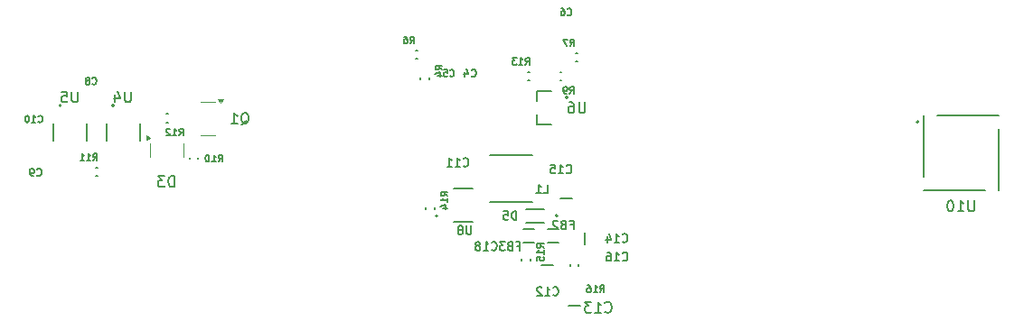
<source format=gbr>
%TF.GenerationSoftware,KiCad,Pcbnew,8.0.8*%
%TF.CreationDate,2025-04-26T12:31:47+03:00*%
%TF.ProjectId,gamma-spectrometer,67616d6d-612d-4737-9065-6374726f6d65,v0.0.4*%
%TF.SameCoordinates,Original*%
%TF.FileFunction,Legend,Bot*%
%TF.FilePolarity,Positive*%
%FSLAX46Y46*%
G04 Gerber Fmt 4.6, Leading zero omitted, Abs format (unit mm)*
G04 Created by KiCad (PCBNEW 8.0.8) date 2025-04-26 12:31:47*
%MOMM*%
%LPD*%
G01*
G04 APERTURE LIST*
%ADD10C,0.150000*%
%ADD11C,0.127000*%
%ADD12C,0.200000*%
%ADD13C,0.120000*%
G04 APERTURE END LIST*
D10*
X153394676Y-92606571D02*
X153089914Y-92393237D01*
X153394676Y-92240856D02*
X152754676Y-92240856D01*
X152754676Y-92240856D02*
X152754676Y-92484666D01*
X152754676Y-92484666D02*
X152785152Y-92545618D01*
X152785152Y-92545618D02*
X152815628Y-92576095D01*
X152815628Y-92576095D02*
X152876580Y-92606571D01*
X152876580Y-92606571D02*
X152968009Y-92606571D01*
X152968009Y-92606571D02*
X153028961Y-92576095D01*
X153028961Y-92576095D02*
X153059438Y-92545618D01*
X153059438Y-92545618D02*
X153089914Y-92484666D01*
X153089914Y-92484666D02*
X153089914Y-92240856D01*
X153394676Y-93216095D02*
X153394676Y-92850380D01*
X153394676Y-93033237D02*
X152754676Y-93033237D01*
X152754676Y-93033237D02*
X152846104Y-92972285D01*
X152846104Y-92972285D02*
X152907057Y-92911333D01*
X152907057Y-92911333D02*
X152937533Y-92850380D01*
X152754676Y-93795142D02*
X152754676Y-93490380D01*
X152754676Y-93490380D02*
X153059438Y-93459904D01*
X153059438Y-93459904D02*
X153028961Y-93490380D01*
X153028961Y-93490380D02*
X152998485Y-93551333D01*
X152998485Y-93551333D02*
X152998485Y-93703714D01*
X152998485Y-93703714D02*
X153028961Y-93764666D01*
X153028961Y-93764666D02*
X153059438Y-93795142D01*
X153059438Y-93795142D02*
X153120390Y-93825619D01*
X153120390Y-93825619D02*
X153272771Y-93825619D01*
X153272771Y-93825619D02*
X153333723Y-93795142D01*
X153333723Y-93795142D02*
X153364200Y-93764666D01*
X153364200Y-93764666D02*
X153394676Y-93703714D01*
X153394676Y-93703714D02*
X153394676Y-93551333D01*
X153394676Y-93551333D02*
X153364200Y-93490380D01*
X153364200Y-93490380D02*
X153333723Y-93459904D01*
X155838666Y-78144676D02*
X156052000Y-77839914D01*
X156204381Y-78144676D02*
X156204381Y-77504676D01*
X156204381Y-77504676D02*
X155960571Y-77504676D01*
X155960571Y-77504676D02*
X155899619Y-77535152D01*
X155899619Y-77535152D02*
X155869142Y-77565628D01*
X155869142Y-77565628D02*
X155838666Y-77626580D01*
X155838666Y-77626580D02*
X155838666Y-77718009D01*
X155838666Y-77718009D02*
X155869142Y-77778961D01*
X155869142Y-77778961D02*
X155899619Y-77809438D01*
X155899619Y-77809438D02*
X155960571Y-77839914D01*
X155960571Y-77839914D02*
X156204381Y-77839914D01*
X155533904Y-78144676D02*
X155412000Y-78144676D01*
X155412000Y-78144676D02*
X155351047Y-78114200D01*
X155351047Y-78114200D02*
X155320571Y-78083723D01*
X155320571Y-78083723D02*
X155259619Y-77992295D01*
X155259619Y-77992295D02*
X155229142Y-77870390D01*
X155229142Y-77870390D02*
X155229142Y-77626580D01*
X155229142Y-77626580D02*
X155259619Y-77565628D01*
X155259619Y-77565628D02*
X155290095Y-77535152D01*
X155290095Y-77535152D02*
X155351047Y-77504676D01*
X155351047Y-77504676D02*
X155472952Y-77504676D01*
X155472952Y-77504676D02*
X155533904Y-77535152D01*
X155533904Y-77535152D02*
X155564381Y-77565628D01*
X155564381Y-77565628D02*
X155594857Y-77626580D01*
X155594857Y-77626580D02*
X155594857Y-77778961D01*
X155594857Y-77778961D02*
X155564381Y-77839914D01*
X155564381Y-77839914D02*
X155533904Y-77870390D01*
X155533904Y-77870390D02*
X155472952Y-77900866D01*
X155472952Y-77900866D02*
X155351047Y-77900866D01*
X155351047Y-77900866D02*
X155290095Y-77870390D01*
X155290095Y-77870390D02*
X155259619Y-77839914D01*
X155259619Y-77839914D02*
X155229142Y-77778961D01*
X155874666Y-73681876D02*
X156088000Y-73377114D01*
X156240381Y-73681876D02*
X156240381Y-73041876D01*
X156240381Y-73041876D02*
X155996571Y-73041876D01*
X155996571Y-73041876D02*
X155935619Y-73072352D01*
X155935619Y-73072352D02*
X155905142Y-73102828D01*
X155905142Y-73102828D02*
X155874666Y-73163780D01*
X155874666Y-73163780D02*
X155874666Y-73255209D01*
X155874666Y-73255209D02*
X155905142Y-73316161D01*
X155905142Y-73316161D02*
X155935619Y-73346638D01*
X155935619Y-73346638D02*
X155996571Y-73377114D01*
X155996571Y-73377114D02*
X156240381Y-73377114D01*
X155661333Y-73041876D02*
X155234666Y-73041876D01*
X155234666Y-73041876D02*
X155508952Y-73681876D01*
X155606666Y-70727323D02*
X155637142Y-70757800D01*
X155637142Y-70757800D02*
X155728571Y-70788276D01*
X155728571Y-70788276D02*
X155789523Y-70788276D01*
X155789523Y-70788276D02*
X155880952Y-70757800D01*
X155880952Y-70757800D02*
X155941904Y-70696847D01*
X155941904Y-70696847D02*
X155972381Y-70635895D01*
X155972381Y-70635895D02*
X156002857Y-70513990D01*
X156002857Y-70513990D02*
X156002857Y-70422561D01*
X156002857Y-70422561D02*
X155972381Y-70300657D01*
X155972381Y-70300657D02*
X155941904Y-70239704D01*
X155941904Y-70239704D02*
X155880952Y-70178752D01*
X155880952Y-70178752D02*
X155789523Y-70148276D01*
X155789523Y-70148276D02*
X155728571Y-70148276D01*
X155728571Y-70148276D02*
X155637142Y-70178752D01*
X155637142Y-70178752D02*
X155606666Y-70209228D01*
X155058095Y-70148276D02*
X155180000Y-70148276D01*
X155180000Y-70148276D02*
X155240952Y-70178752D01*
X155240952Y-70178752D02*
X155271428Y-70209228D01*
X155271428Y-70209228D02*
X155332381Y-70300657D01*
X155332381Y-70300657D02*
X155362857Y-70422561D01*
X155362857Y-70422561D02*
X155362857Y-70666371D01*
X155362857Y-70666371D02*
X155332381Y-70727323D01*
X155332381Y-70727323D02*
X155301904Y-70757800D01*
X155301904Y-70757800D02*
X155240952Y-70788276D01*
X155240952Y-70788276D02*
X155119047Y-70788276D01*
X155119047Y-70788276D02*
X155058095Y-70757800D01*
X155058095Y-70757800D02*
X155027619Y-70727323D01*
X155027619Y-70727323D02*
X154997142Y-70666371D01*
X154997142Y-70666371D02*
X154997142Y-70513990D01*
X154997142Y-70513990D02*
X155027619Y-70453038D01*
X155027619Y-70453038D02*
X155058095Y-70422561D01*
X155058095Y-70422561D02*
X155119047Y-70392085D01*
X155119047Y-70392085D02*
X155240952Y-70392085D01*
X155240952Y-70392085D02*
X155301904Y-70422561D01*
X155301904Y-70422561D02*
X155332381Y-70453038D01*
X155332381Y-70453038D02*
X155362857Y-70513990D01*
X114711904Y-77954819D02*
X114711904Y-78764342D01*
X114711904Y-78764342D02*
X114664285Y-78859580D01*
X114664285Y-78859580D02*
X114616666Y-78907200D01*
X114616666Y-78907200D02*
X114521428Y-78954819D01*
X114521428Y-78954819D02*
X114330952Y-78954819D01*
X114330952Y-78954819D02*
X114235714Y-78907200D01*
X114235714Y-78907200D02*
X114188095Y-78859580D01*
X114188095Y-78859580D02*
X114140476Y-78764342D01*
X114140476Y-78764342D02*
X114140476Y-77954819D01*
X113235714Y-78288152D02*
X113235714Y-78954819D01*
X113473809Y-77907200D02*
X113711904Y-78621485D01*
X113711904Y-78621485D02*
X113092857Y-78621485D01*
X119243428Y-82082176D02*
X119456762Y-81777414D01*
X119609143Y-82082176D02*
X119609143Y-81442176D01*
X119609143Y-81442176D02*
X119365333Y-81442176D01*
X119365333Y-81442176D02*
X119304381Y-81472652D01*
X119304381Y-81472652D02*
X119273904Y-81503128D01*
X119273904Y-81503128D02*
X119243428Y-81564080D01*
X119243428Y-81564080D02*
X119243428Y-81655509D01*
X119243428Y-81655509D02*
X119273904Y-81716461D01*
X119273904Y-81716461D02*
X119304381Y-81746938D01*
X119304381Y-81746938D02*
X119365333Y-81777414D01*
X119365333Y-81777414D02*
X119609143Y-81777414D01*
X118633904Y-82082176D02*
X118999619Y-82082176D01*
X118816762Y-82082176D02*
X118816762Y-81442176D01*
X118816762Y-81442176D02*
X118877714Y-81533604D01*
X118877714Y-81533604D02*
X118938666Y-81594557D01*
X118938666Y-81594557D02*
X118999619Y-81625033D01*
X118390095Y-81503128D02*
X118359619Y-81472652D01*
X118359619Y-81472652D02*
X118298666Y-81442176D01*
X118298666Y-81442176D02*
X118146285Y-81442176D01*
X118146285Y-81442176D02*
X118085333Y-81472652D01*
X118085333Y-81472652D02*
X118054857Y-81503128D01*
X118054857Y-81503128D02*
X118024380Y-81564080D01*
X118024380Y-81564080D02*
X118024380Y-81625033D01*
X118024380Y-81625033D02*
X118054857Y-81716461D01*
X118054857Y-81716461D02*
X118420571Y-82082176D01*
X118420571Y-82082176D02*
X118024380Y-82082176D01*
X150840475Y-89992295D02*
X150840475Y-89192295D01*
X150840475Y-89192295D02*
X150649999Y-89192295D01*
X150649999Y-89192295D02*
X150535713Y-89230390D01*
X150535713Y-89230390D02*
X150459523Y-89306580D01*
X150459523Y-89306580D02*
X150421428Y-89382771D01*
X150421428Y-89382771D02*
X150383332Y-89535152D01*
X150383332Y-89535152D02*
X150383332Y-89649438D01*
X150383332Y-89649438D02*
X150421428Y-89801819D01*
X150421428Y-89801819D02*
X150459523Y-89878009D01*
X150459523Y-89878009D02*
X150535713Y-89954200D01*
X150535713Y-89954200D02*
X150649999Y-89992295D01*
X150649999Y-89992295D02*
X150840475Y-89992295D01*
X149659523Y-89192295D02*
X150040475Y-89192295D01*
X150040475Y-89192295D02*
X150078571Y-89573247D01*
X150078571Y-89573247D02*
X150040475Y-89535152D01*
X150040475Y-89535152D02*
X149964285Y-89497057D01*
X149964285Y-89497057D02*
X149773809Y-89497057D01*
X149773809Y-89497057D02*
X149697618Y-89535152D01*
X149697618Y-89535152D02*
X149659523Y-89573247D01*
X149659523Y-89573247D02*
X149621428Y-89649438D01*
X149621428Y-89649438D02*
X149621428Y-89839914D01*
X149621428Y-89839914D02*
X149659523Y-89916104D01*
X149659523Y-89916104D02*
X149697618Y-89954200D01*
X149697618Y-89954200D02*
X149773809Y-89992295D01*
X149773809Y-89992295D02*
X149964285Y-89992295D01*
X149964285Y-89992295D02*
X150040475Y-89954200D01*
X150040475Y-89954200D02*
X150078571Y-89916104D01*
X160764285Y-93786104D02*
X160802381Y-93824200D01*
X160802381Y-93824200D02*
X160916666Y-93862295D01*
X160916666Y-93862295D02*
X160992857Y-93862295D01*
X160992857Y-93862295D02*
X161107143Y-93824200D01*
X161107143Y-93824200D02*
X161183333Y-93748009D01*
X161183333Y-93748009D02*
X161221428Y-93671819D01*
X161221428Y-93671819D02*
X161259524Y-93519438D01*
X161259524Y-93519438D02*
X161259524Y-93405152D01*
X161259524Y-93405152D02*
X161221428Y-93252771D01*
X161221428Y-93252771D02*
X161183333Y-93176580D01*
X161183333Y-93176580D02*
X161107143Y-93100390D01*
X161107143Y-93100390D02*
X160992857Y-93062295D01*
X160992857Y-93062295D02*
X160916666Y-93062295D01*
X160916666Y-93062295D02*
X160802381Y-93100390D01*
X160802381Y-93100390D02*
X160764285Y-93138485D01*
X160002381Y-93862295D02*
X160459524Y-93862295D01*
X160230952Y-93862295D02*
X160230952Y-93062295D01*
X160230952Y-93062295D02*
X160307143Y-93176580D01*
X160307143Y-93176580D02*
X160383333Y-93252771D01*
X160383333Y-93252771D02*
X160459524Y-93290866D01*
X159316666Y-93062295D02*
X159469047Y-93062295D01*
X159469047Y-93062295D02*
X159545238Y-93100390D01*
X159545238Y-93100390D02*
X159583333Y-93138485D01*
X159583333Y-93138485D02*
X159659523Y-93252771D01*
X159659523Y-93252771D02*
X159697619Y-93405152D01*
X159697619Y-93405152D02*
X159697619Y-93709914D01*
X159697619Y-93709914D02*
X159659523Y-93786104D01*
X159659523Y-93786104D02*
X159621428Y-93824200D01*
X159621428Y-93824200D02*
X159545238Y-93862295D01*
X159545238Y-93862295D02*
X159392857Y-93862295D01*
X159392857Y-93862295D02*
X159316666Y-93824200D01*
X159316666Y-93824200D02*
X159278571Y-93786104D01*
X159278571Y-93786104D02*
X159240476Y-93709914D01*
X159240476Y-93709914D02*
X159240476Y-93519438D01*
X159240476Y-93519438D02*
X159278571Y-93443247D01*
X159278571Y-93443247D02*
X159316666Y-93405152D01*
X159316666Y-93405152D02*
X159392857Y-93367057D01*
X159392857Y-93367057D02*
X159545238Y-93367057D01*
X159545238Y-93367057D02*
X159621428Y-93405152D01*
X159621428Y-93405152D02*
X159659523Y-93443247D01*
X159659523Y-93443247D02*
X159697619Y-93519438D01*
X155514285Y-85546104D02*
X155552381Y-85584200D01*
X155552381Y-85584200D02*
X155666666Y-85622295D01*
X155666666Y-85622295D02*
X155742857Y-85622295D01*
X155742857Y-85622295D02*
X155857143Y-85584200D01*
X155857143Y-85584200D02*
X155933333Y-85508009D01*
X155933333Y-85508009D02*
X155971428Y-85431819D01*
X155971428Y-85431819D02*
X156009524Y-85279438D01*
X156009524Y-85279438D02*
X156009524Y-85165152D01*
X156009524Y-85165152D02*
X155971428Y-85012771D01*
X155971428Y-85012771D02*
X155933333Y-84936580D01*
X155933333Y-84936580D02*
X155857143Y-84860390D01*
X155857143Y-84860390D02*
X155742857Y-84822295D01*
X155742857Y-84822295D02*
X155666666Y-84822295D01*
X155666666Y-84822295D02*
X155552381Y-84860390D01*
X155552381Y-84860390D02*
X155514285Y-84898485D01*
X154752381Y-85622295D02*
X155209524Y-85622295D01*
X154980952Y-85622295D02*
X154980952Y-84822295D01*
X154980952Y-84822295D02*
X155057143Y-84936580D01*
X155057143Y-84936580D02*
X155133333Y-85012771D01*
X155133333Y-85012771D02*
X155209524Y-85050866D01*
X154028571Y-84822295D02*
X154409523Y-84822295D01*
X154409523Y-84822295D02*
X154447619Y-85203247D01*
X154447619Y-85203247D02*
X154409523Y-85165152D01*
X154409523Y-85165152D02*
X154333333Y-85127057D01*
X154333333Y-85127057D02*
X154142857Y-85127057D01*
X154142857Y-85127057D02*
X154066666Y-85165152D01*
X154066666Y-85165152D02*
X154028571Y-85203247D01*
X154028571Y-85203247D02*
X153990476Y-85279438D01*
X153990476Y-85279438D02*
X153990476Y-85469914D01*
X153990476Y-85469914D02*
X154028571Y-85546104D01*
X154028571Y-85546104D02*
X154066666Y-85584200D01*
X154066666Y-85584200D02*
X154142857Y-85622295D01*
X154142857Y-85622295D02*
X154333333Y-85622295D01*
X154333333Y-85622295D02*
X154409523Y-85584200D01*
X154409523Y-85584200D02*
X154447619Y-85546104D01*
X193738094Y-88179819D02*
X193738094Y-88989342D01*
X193738094Y-88989342D02*
X193690475Y-89084580D01*
X193690475Y-89084580D02*
X193642856Y-89132200D01*
X193642856Y-89132200D02*
X193547618Y-89179819D01*
X193547618Y-89179819D02*
X193357142Y-89179819D01*
X193357142Y-89179819D02*
X193261904Y-89132200D01*
X193261904Y-89132200D02*
X193214285Y-89084580D01*
X193214285Y-89084580D02*
X193166666Y-88989342D01*
X193166666Y-88989342D02*
X193166666Y-88179819D01*
X192166666Y-89179819D02*
X192738094Y-89179819D01*
X192452380Y-89179819D02*
X192452380Y-88179819D01*
X192452380Y-88179819D02*
X192547618Y-88322676D01*
X192547618Y-88322676D02*
X192642856Y-88417914D01*
X192642856Y-88417914D02*
X192738094Y-88465533D01*
X191547618Y-88179819D02*
X191452380Y-88179819D01*
X191452380Y-88179819D02*
X191357142Y-88227438D01*
X191357142Y-88227438D02*
X191309523Y-88275057D01*
X191309523Y-88275057D02*
X191261904Y-88370295D01*
X191261904Y-88370295D02*
X191214285Y-88560771D01*
X191214285Y-88560771D02*
X191214285Y-88798866D01*
X191214285Y-88798866D02*
X191261904Y-88989342D01*
X191261904Y-88989342D02*
X191309523Y-89084580D01*
X191309523Y-89084580D02*
X191357142Y-89132200D01*
X191357142Y-89132200D02*
X191452380Y-89179819D01*
X191452380Y-89179819D02*
X191547618Y-89179819D01*
X191547618Y-89179819D02*
X191642856Y-89132200D01*
X191642856Y-89132200D02*
X191690475Y-89084580D01*
X191690475Y-89084580D02*
X191738094Y-88989342D01*
X191738094Y-88989342D02*
X191785713Y-88798866D01*
X191785713Y-88798866D02*
X191785713Y-88560771D01*
X191785713Y-88560771D02*
X191738094Y-88370295D01*
X191738094Y-88370295D02*
X191690475Y-88275057D01*
X191690475Y-88275057D02*
X191642856Y-88227438D01*
X191642856Y-88227438D02*
X191547618Y-88179819D01*
X155916666Y-90443247D02*
X156183332Y-90443247D01*
X156183332Y-90862295D02*
X156183332Y-90062295D01*
X156183332Y-90062295D02*
X155802380Y-90062295D01*
X155230952Y-90443247D02*
X155116666Y-90481342D01*
X155116666Y-90481342D02*
X155078571Y-90519438D01*
X155078571Y-90519438D02*
X155040475Y-90595628D01*
X155040475Y-90595628D02*
X155040475Y-90709914D01*
X155040475Y-90709914D02*
X155078571Y-90786104D01*
X155078571Y-90786104D02*
X155116666Y-90824200D01*
X155116666Y-90824200D02*
X155192856Y-90862295D01*
X155192856Y-90862295D02*
X155497618Y-90862295D01*
X155497618Y-90862295D02*
X155497618Y-90062295D01*
X155497618Y-90062295D02*
X155230952Y-90062295D01*
X155230952Y-90062295D02*
X155154761Y-90100390D01*
X155154761Y-90100390D02*
X155116666Y-90138485D01*
X155116666Y-90138485D02*
X155078571Y-90214676D01*
X155078571Y-90214676D02*
X155078571Y-90290866D01*
X155078571Y-90290866D02*
X155116666Y-90367057D01*
X155116666Y-90367057D02*
X155154761Y-90405152D01*
X155154761Y-90405152D02*
X155230952Y-90443247D01*
X155230952Y-90443247D02*
X155497618Y-90443247D01*
X154735714Y-90138485D02*
X154697618Y-90100390D01*
X154697618Y-90100390D02*
X154621428Y-90062295D01*
X154621428Y-90062295D02*
X154430952Y-90062295D01*
X154430952Y-90062295D02*
X154354761Y-90100390D01*
X154354761Y-90100390D02*
X154316666Y-90138485D01*
X154316666Y-90138485D02*
X154278571Y-90214676D01*
X154278571Y-90214676D02*
X154278571Y-90290866D01*
X154278571Y-90290866D02*
X154316666Y-90405152D01*
X154316666Y-90405152D02*
X154773809Y-90862295D01*
X154773809Y-90862295D02*
X154278571Y-90862295D01*
X125032738Y-81050057D02*
X125127976Y-81002438D01*
X125127976Y-81002438D02*
X125223214Y-80907200D01*
X125223214Y-80907200D02*
X125366071Y-80764342D01*
X125366071Y-80764342D02*
X125461309Y-80716723D01*
X125461309Y-80716723D02*
X125556547Y-80716723D01*
X125508928Y-80954819D02*
X125604166Y-80907200D01*
X125604166Y-80907200D02*
X125699404Y-80811961D01*
X125699404Y-80811961D02*
X125747023Y-80621485D01*
X125747023Y-80621485D02*
X125747023Y-80288152D01*
X125747023Y-80288152D02*
X125699404Y-80097676D01*
X125699404Y-80097676D02*
X125604166Y-80002438D01*
X125604166Y-80002438D02*
X125508928Y-79954819D01*
X125508928Y-79954819D02*
X125318452Y-79954819D01*
X125318452Y-79954819D02*
X125223214Y-80002438D01*
X125223214Y-80002438D02*
X125127976Y-80097676D01*
X125127976Y-80097676D02*
X125080357Y-80288152D01*
X125080357Y-80288152D02*
X125080357Y-80621485D01*
X125080357Y-80621485D02*
X125127976Y-80811961D01*
X125127976Y-80811961D02*
X125223214Y-80907200D01*
X125223214Y-80907200D02*
X125318452Y-80954819D01*
X125318452Y-80954819D02*
X125508928Y-80954819D01*
X124127976Y-80954819D02*
X124699404Y-80954819D01*
X124413690Y-80954819D02*
X124413690Y-79954819D01*
X124413690Y-79954819D02*
X124508928Y-80097676D01*
X124508928Y-80097676D02*
X124604166Y-80192914D01*
X124604166Y-80192914D02*
X124699404Y-80240533D01*
X150916666Y-92443247D02*
X151183332Y-92443247D01*
X151183332Y-92862295D02*
X151183332Y-92062295D01*
X151183332Y-92062295D02*
X150802380Y-92062295D01*
X150230952Y-92443247D02*
X150116666Y-92481342D01*
X150116666Y-92481342D02*
X150078571Y-92519438D01*
X150078571Y-92519438D02*
X150040475Y-92595628D01*
X150040475Y-92595628D02*
X150040475Y-92709914D01*
X150040475Y-92709914D02*
X150078571Y-92786104D01*
X150078571Y-92786104D02*
X150116666Y-92824200D01*
X150116666Y-92824200D02*
X150192856Y-92862295D01*
X150192856Y-92862295D02*
X150497618Y-92862295D01*
X150497618Y-92862295D02*
X150497618Y-92062295D01*
X150497618Y-92062295D02*
X150230952Y-92062295D01*
X150230952Y-92062295D02*
X150154761Y-92100390D01*
X150154761Y-92100390D02*
X150116666Y-92138485D01*
X150116666Y-92138485D02*
X150078571Y-92214676D01*
X150078571Y-92214676D02*
X150078571Y-92290866D01*
X150078571Y-92290866D02*
X150116666Y-92367057D01*
X150116666Y-92367057D02*
X150154761Y-92405152D01*
X150154761Y-92405152D02*
X150230952Y-92443247D01*
X150230952Y-92443247D02*
X150497618Y-92443247D01*
X149773809Y-92062295D02*
X149278571Y-92062295D01*
X149278571Y-92062295D02*
X149545237Y-92367057D01*
X149545237Y-92367057D02*
X149430952Y-92367057D01*
X149430952Y-92367057D02*
X149354761Y-92405152D01*
X149354761Y-92405152D02*
X149316666Y-92443247D01*
X149316666Y-92443247D02*
X149278571Y-92519438D01*
X149278571Y-92519438D02*
X149278571Y-92709914D01*
X149278571Y-92709914D02*
X149316666Y-92786104D01*
X149316666Y-92786104D02*
X149354761Y-92824200D01*
X149354761Y-92824200D02*
X149430952Y-92862295D01*
X149430952Y-92862295D02*
X149659523Y-92862295D01*
X149659523Y-92862295D02*
X149735714Y-92824200D01*
X149735714Y-92824200D02*
X149773809Y-92786104D01*
X145864285Y-84916104D02*
X145902381Y-84954200D01*
X145902381Y-84954200D02*
X146016666Y-84992295D01*
X146016666Y-84992295D02*
X146092857Y-84992295D01*
X146092857Y-84992295D02*
X146207143Y-84954200D01*
X146207143Y-84954200D02*
X146283333Y-84878009D01*
X146283333Y-84878009D02*
X146321428Y-84801819D01*
X146321428Y-84801819D02*
X146359524Y-84649438D01*
X146359524Y-84649438D02*
X146359524Y-84535152D01*
X146359524Y-84535152D02*
X146321428Y-84382771D01*
X146321428Y-84382771D02*
X146283333Y-84306580D01*
X146283333Y-84306580D02*
X146207143Y-84230390D01*
X146207143Y-84230390D02*
X146092857Y-84192295D01*
X146092857Y-84192295D02*
X146016666Y-84192295D01*
X146016666Y-84192295D02*
X145902381Y-84230390D01*
X145902381Y-84230390D02*
X145864285Y-84268485D01*
X145102381Y-84992295D02*
X145559524Y-84992295D01*
X145330952Y-84992295D02*
X145330952Y-84192295D01*
X145330952Y-84192295D02*
X145407143Y-84306580D01*
X145407143Y-84306580D02*
X145483333Y-84382771D01*
X145483333Y-84382771D02*
X145559524Y-84420866D01*
X144340476Y-84992295D02*
X144797619Y-84992295D01*
X144569047Y-84992295D02*
X144569047Y-84192295D01*
X144569047Y-84192295D02*
X144645238Y-84306580D01*
X144645238Y-84306580D02*
X144721428Y-84382771D01*
X144721428Y-84382771D02*
X144797619Y-84420866D01*
X159142857Y-98609580D02*
X159190476Y-98657200D01*
X159190476Y-98657200D02*
X159333333Y-98704819D01*
X159333333Y-98704819D02*
X159428571Y-98704819D01*
X159428571Y-98704819D02*
X159571428Y-98657200D01*
X159571428Y-98657200D02*
X159666666Y-98561961D01*
X159666666Y-98561961D02*
X159714285Y-98466723D01*
X159714285Y-98466723D02*
X159761904Y-98276247D01*
X159761904Y-98276247D02*
X159761904Y-98133390D01*
X159761904Y-98133390D02*
X159714285Y-97942914D01*
X159714285Y-97942914D02*
X159666666Y-97847676D01*
X159666666Y-97847676D02*
X159571428Y-97752438D01*
X159571428Y-97752438D02*
X159428571Y-97704819D01*
X159428571Y-97704819D02*
X159333333Y-97704819D01*
X159333333Y-97704819D02*
X159190476Y-97752438D01*
X159190476Y-97752438D02*
X159142857Y-97800057D01*
X158190476Y-98704819D02*
X158761904Y-98704819D01*
X158476190Y-98704819D02*
X158476190Y-97704819D01*
X158476190Y-97704819D02*
X158571428Y-97847676D01*
X158571428Y-97847676D02*
X158666666Y-97942914D01*
X158666666Y-97942914D02*
X158761904Y-97990533D01*
X157857142Y-97704819D02*
X157238095Y-97704819D01*
X157238095Y-97704819D02*
X157571428Y-98085771D01*
X157571428Y-98085771D02*
X157428571Y-98085771D01*
X157428571Y-98085771D02*
X157333333Y-98133390D01*
X157333333Y-98133390D02*
X157285714Y-98181009D01*
X157285714Y-98181009D02*
X157238095Y-98276247D01*
X157238095Y-98276247D02*
X157238095Y-98514342D01*
X157238095Y-98514342D02*
X157285714Y-98609580D01*
X157285714Y-98609580D02*
X157333333Y-98657200D01*
X157333333Y-98657200D02*
X157428571Y-98704819D01*
X157428571Y-98704819D02*
X157714285Y-98704819D01*
X157714285Y-98704819D02*
X157809523Y-98657200D01*
X157809523Y-98657200D02*
X157857142Y-98609580D01*
X146609523Y-90562295D02*
X146609523Y-91209914D01*
X146609523Y-91209914D02*
X146571428Y-91286104D01*
X146571428Y-91286104D02*
X146533333Y-91324200D01*
X146533333Y-91324200D02*
X146457142Y-91362295D01*
X146457142Y-91362295D02*
X146304761Y-91362295D01*
X146304761Y-91362295D02*
X146228571Y-91324200D01*
X146228571Y-91324200D02*
X146190476Y-91286104D01*
X146190476Y-91286104D02*
X146152380Y-91209914D01*
X146152380Y-91209914D02*
X146152380Y-90562295D01*
X145657143Y-90905152D02*
X145733333Y-90867057D01*
X145733333Y-90867057D02*
X145771428Y-90828961D01*
X145771428Y-90828961D02*
X145809524Y-90752771D01*
X145809524Y-90752771D02*
X145809524Y-90714676D01*
X145809524Y-90714676D02*
X145771428Y-90638485D01*
X145771428Y-90638485D02*
X145733333Y-90600390D01*
X145733333Y-90600390D02*
X145657143Y-90562295D01*
X145657143Y-90562295D02*
X145504762Y-90562295D01*
X145504762Y-90562295D02*
X145428571Y-90600390D01*
X145428571Y-90600390D02*
X145390476Y-90638485D01*
X145390476Y-90638485D02*
X145352381Y-90714676D01*
X145352381Y-90714676D02*
X145352381Y-90752771D01*
X145352381Y-90752771D02*
X145390476Y-90828961D01*
X145390476Y-90828961D02*
X145428571Y-90867057D01*
X145428571Y-90867057D02*
X145504762Y-90905152D01*
X145504762Y-90905152D02*
X145657143Y-90905152D01*
X145657143Y-90905152D02*
X145733333Y-90943247D01*
X145733333Y-90943247D02*
X145771428Y-90981342D01*
X145771428Y-90981342D02*
X145809524Y-91057533D01*
X145809524Y-91057533D02*
X145809524Y-91209914D01*
X145809524Y-91209914D02*
X145771428Y-91286104D01*
X145771428Y-91286104D02*
X145733333Y-91324200D01*
X145733333Y-91324200D02*
X145657143Y-91362295D01*
X145657143Y-91362295D02*
X145504762Y-91362295D01*
X145504762Y-91362295D02*
X145428571Y-91324200D01*
X145428571Y-91324200D02*
X145390476Y-91286104D01*
X145390476Y-91286104D02*
X145352381Y-91209914D01*
X145352381Y-91209914D02*
X145352381Y-91057533D01*
X145352381Y-91057533D02*
X145390476Y-90981342D01*
X145390476Y-90981342D02*
X145428571Y-90943247D01*
X145428571Y-90943247D02*
X145504762Y-90905152D01*
X111179428Y-84431876D02*
X111392762Y-84127114D01*
X111545143Y-84431876D02*
X111545143Y-83791876D01*
X111545143Y-83791876D02*
X111301333Y-83791876D01*
X111301333Y-83791876D02*
X111240381Y-83822352D01*
X111240381Y-83822352D02*
X111209904Y-83852828D01*
X111209904Y-83852828D02*
X111179428Y-83913780D01*
X111179428Y-83913780D02*
X111179428Y-84005209D01*
X111179428Y-84005209D02*
X111209904Y-84066161D01*
X111209904Y-84066161D02*
X111240381Y-84096638D01*
X111240381Y-84096638D02*
X111301333Y-84127114D01*
X111301333Y-84127114D02*
X111545143Y-84127114D01*
X110569904Y-84431876D02*
X110935619Y-84431876D01*
X110752762Y-84431876D02*
X110752762Y-83791876D01*
X110752762Y-83791876D02*
X110813714Y-83883304D01*
X110813714Y-83883304D02*
X110874666Y-83944257D01*
X110874666Y-83944257D02*
X110935619Y-83974733D01*
X109960380Y-84431876D02*
X110326095Y-84431876D01*
X110143238Y-84431876D02*
X110143238Y-83791876D01*
X110143238Y-83791876D02*
X110204190Y-83883304D01*
X110204190Y-83883304D02*
X110265142Y-83944257D01*
X110265142Y-83944257D02*
X110326095Y-83974733D01*
X122911428Y-84538276D02*
X123124762Y-84233514D01*
X123277143Y-84538276D02*
X123277143Y-83898276D01*
X123277143Y-83898276D02*
X123033333Y-83898276D01*
X123033333Y-83898276D02*
X122972381Y-83928752D01*
X122972381Y-83928752D02*
X122941904Y-83959228D01*
X122941904Y-83959228D02*
X122911428Y-84020180D01*
X122911428Y-84020180D02*
X122911428Y-84111609D01*
X122911428Y-84111609D02*
X122941904Y-84172561D01*
X122941904Y-84172561D02*
X122972381Y-84203038D01*
X122972381Y-84203038D02*
X123033333Y-84233514D01*
X123033333Y-84233514D02*
X123277143Y-84233514D01*
X122301904Y-84538276D02*
X122667619Y-84538276D01*
X122484762Y-84538276D02*
X122484762Y-83898276D01*
X122484762Y-83898276D02*
X122545714Y-83989704D01*
X122545714Y-83989704D02*
X122606666Y-84050657D01*
X122606666Y-84050657D02*
X122667619Y-84081133D01*
X121905714Y-83898276D02*
X121844761Y-83898276D01*
X121844761Y-83898276D02*
X121783809Y-83928752D01*
X121783809Y-83928752D02*
X121753333Y-83959228D01*
X121753333Y-83959228D02*
X121722857Y-84020180D01*
X121722857Y-84020180D02*
X121692380Y-84142085D01*
X121692380Y-84142085D02*
X121692380Y-84294466D01*
X121692380Y-84294466D02*
X121722857Y-84416371D01*
X121722857Y-84416371D02*
X121753333Y-84477323D01*
X121753333Y-84477323D02*
X121783809Y-84507800D01*
X121783809Y-84507800D02*
X121844761Y-84538276D01*
X121844761Y-84538276D02*
X121905714Y-84538276D01*
X121905714Y-84538276D02*
X121966666Y-84507800D01*
X121966666Y-84507800D02*
X121997142Y-84477323D01*
X121997142Y-84477323D02*
X122027619Y-84416371D01*
X122027619Y-84416371D02*
X122058095Y-84294466D01*
X122058095Y-84294466D02*
X122058095Y-84142085D01*
X122058095Y-84142085D02*
X122027619Y-84020180D01*
X122027619Y-84020180D02*
X121997142Y-83959228D01*
X121997142Y-83959228D02*
X121966666Y-83928752D01*
X121966666Y-83928752D02*
X121905714Y-83898276D01*
X105916666Y-85819366D02*
X105949999Y-85852700D01*
X105949999Y-85852700D02*
X106049999Y-85886033D01*
X106049999Y-85886033D02*
X106116666Y-85886033D01*
X106116666Y-85886033D02*
X106216666Y-85852700D01*
X106216666Y-85852700D02*
X106283333Y-85786033D01*
X106283333Y-85786033D02*
X106316666Y-85719366D01*
X106316666Y-85719366D02*
X106349999Y-85586033D01*
X106349999Y-85586033D02*
X106349999Y-85486033D01*
X106349999Y-85486033D02*
X106316666Y-85352700D01*
X106316666Y-85352700D02*
X106283333Y-85286033D01*
X106283333Y-85286033D02*
X106216666Y-85219366D01*
X106216666Y-85219366D02*
X106116666Y-85186033D01*
X106116666Y-85186033D02*
X106049999Y-85186033D01*
X106049999Y-85186033D02*
X105949999Y-85219366D01*
X105949999Y-85219366D02*
X105916666Y-85252700D01*
X105583333Y-85886033D02*
X105449999Y-85886033D01*
X105449999Y-85886033D02*
X105383333Y-85852700D01*
X105383333Y-85852700D02*
X105349999Y-85819366D01*
X105349999Y-85819366D02*
X105283333Y-85719366D01*
X105283333Y-85719366D02*
X105249999Y-85586033D01*
X105249999Y-85586033D02*
X105249999Y-85319366D01*
X105249999Y-85319366D02*
X105283333Y-85252700D01*
X105283333Y-85252700D02*
X105316666Y-85219366D01*
X105316666Y-85219366D02*
X105383333Y-85186033D01*
X105383333Y-85186033D02*
X105516666Y-85186033D01*
X105516666Y-85186033D02*
X105583333Y-85219366D01*
X105583333Y-85219366D02*
X105616666Y-85252700D01*
X105616666Y-85252700D02*
X105649999Y-85319366D01*
X105649999Y-85319366D02*
X105649999Y-85486033D01*
X105649999Y-85486033D02*
X105616666Y-85552700D01*
X105616666Y-85552700D02*
X105583333Y-85586033D01*
X105583333Y-85586033D02*
X105516666Y-85619366D01*
X105516666Y-85619366D02*
X105383333Y-85619366D01*
X105383333Y-85619366D02*
X105316666Y-85586033D01*
X105316666Y-85586033D02*
X105283333Y-85552700D01*
X105283333Y-85552700D02*
X105249999Y-85486033D01*
X106038428Y-80797323D02*
X106068904Y-80827800D01*
X106068904Y-80827800D02*
X106160333Y-80858276D01*
X106160333Y-80858276D02*
X106221285Y-80858276D01*
X106221285Y-80858276D02*
X106312714Y-80827800D01*
X106312714Y-80827800D02*
X106373666Y-80766847D01*
X106373666Y-80766847D02*
X106404143Y-80705895D01*
X106404143Y-80705895D02*
X106434619Y-80583990D01*
X106434619Y-80583990D02*
X106434619Y-80492561D01*
X106434619Y-80492561D02*
X106404143Y-80370657D01*
X106404143Y-80370657D02*
X106373666Y-80309704D01*
X106373666Y-80309704D02*
X106312714Y-80248752D01*
X106312714Y-80248752D02*
X106221285Y-80218276D01*
X106221285Y-80218276D02*
X106160333Y-80218276D01*
X106160333Y-80218276D02*
X106068904Y-80248752D01*
X106068904Y-80248752D02*
X106038428Y-80279228D01*
X105428904Y-80858276D02*
X105794619Y-80858276D01*
X105611762Y-80858276D02*
X105611762Y-80218276D01*
X105611762Y-80218276D02*
X105672714Y-80309704D01*
X105672714Y-80309704D02*
X105733666Y-80370657D01*
X105733666Y-80370657D02*
X105794619Y-80401133D01*
X105032714Y-80218276D02*
X104971761Y-80218276D01*
X104971761Y-80218276D02*
X104910809Y-80248752D01*
X104910809Y-80248752D02*
X104880333Y-80279228D01*
X104880333Y-80279228D02*
X104849857Y-80340180D01*
X104849857Y-80340180D02*
X104819380Y-80462085D01*
X104819380Y-80462085D02*
X104819380Y-80614466D01*
X104819380Y-80614466D02*
X104849857Y-80736371D01*
X104849857Y-80736371D02*
X104880333Y-80797323D01*
X104880333Y-80797323D02*
X104910809Y-80827800D01*
X104910809Y-80827800D02*
X104971761Y-80858276D01*
X104971761Y-80858276D02*
X105032714Y-80858276D01*
X105032714Y-80858276D02*
X105093666Y-80827800D01*
X105093666Y-80827800D02*
X105124142Y-80797323D01*
X105124142Y-80797323D02*
X105154619Y-80736371D01*
X105154619Y-80736371D02*
X105185095Y-80614466D01*
X105185095Y-80614466D02*
X105185095Y-80462085D01*
X105185095Y-80462085D02*
X105154619Y-80340180D01*
X105154619Y-80340180D02*
X105124142Y-80279228D01*
X105124142Y-80279228D02*
X105093666Y-80248752D01*
X105093666Y-80248752D02*
X105032714Y-80218276D01*
X148514285Y-92776104D02*
X148552381Y-92814200D01*
X148552381Y-92814200D02*
X148666666Y-92852295D01*
X148666666Y-92852295D02*
X148742857Y-92852295D01*
X148742857Y-92852295D02*
X148857143Y-92814200D01*
X148857143Y-92814200D02*
X148933333Y-92738009D01*
X148933333Y-92738009D02*
X148971428Y-92661819D01*
X148971428Y-92661819D02*
X149009524Y-92509438D01*
X149009524Y-92509438D02*
X149009524Y-92395152D01*
X149009524Y-92395152D02*
X148971428Y-92242771D01*
X148971428Y-92242771D02*
X148933333Y-92166580D01*
X148933333Y-92166580D02*
X148857143Y-92090390D01*
X148857143Y-92090390D02*
X148742857Y-92052295D01*
X148742857Y-92052295D02*
X148666666Y-92052295D01*
X148666666Y-92052295D02*
X148552381Y-92090390D01*
X148552381Y-92090390D02*
X148514285Y-92128485D01*
X147752381Y-92852295D02*
X148209524Y-92852295D01*
X147980952Y-92852295D02*
X147980952Y-92052295D01*
X147980952Y-92052295D02*
X148057143Y-92166580D01*
X148057143Y-92166580D02*
X148133333Y-92242771D01*
X148133333Y-92242771D02*
X148209524Y-92280866D01*
X147295238Y-92395152D02*
X147371428Y-92357057D01*
X147371428Y-92357057D02*
X147409523Y-92318961D01*
X147409523Y-92318961D02*
X147447619Y-92242771D01*
X147447619Y-92242771D02*
X147447619Y-92204676D01*
X147447619Y-92204676D02*
X147409523Y-92128485D01*
X147409523Y-92128485D02*
X147371428Y-92090390D01*
X147371428Y-92090390D02*
X147295238Y-92052295D01*
X147295238Y-92052295D02*
X147142857Y-92052295D01*
X147142857Y-92052295D02*
X147066666Y-92090390D01*
X147066666Y-92090390D02*
X147028571Y-92128485D01*
X147028571Y-92128485D02*
X146990476Y-92204676D01*
X146990476Y-92204676D02*
X146990476Y-92242771D01*
X146990476Y-92242771D02*
X147028571Y-92318961D01*
X147028571Y-92318961D02*
X147066666Y-92357057D01*
X147066666Y-92357057D02*
X147142857Y-92395152D01*
X147142857Y-92395152D02*
X147295238Y-92395152D01*
X147295238Y-92395152D02*
X147371428Y-92433247D01*
X147371428Y-92433247D02*
X147409523Y-92471342D01*
X147409523Y-92471342D02*
X147447619Y-92547533D01*
X147447619Y-92547533D02*
X147447619Y-92699914D01*
X147447619Y-92699914D02*
X147409523Y-92776104D01*
X147409523Y-92776104D02*
X147371428Y-92814200D01*
X147371428Y-92814200D02*
X147295238Y-92852295D01*
X147295238Y-92852295D02*
X147142857Y-92852295D01*
X147142857Y-92852295D02*
X147066666Y-92814200D01*
X147066666Y-92814200D02*
X147028571Y-92776104D01*
X147028571Y-92776104D02*
X146990476Y-92699914D01*
X146990476Y-92699914D02*
X146990476Y-92547533D01*
X146990476Y-92547533D02*
X147028571Y-92471342D01*
X147028571Y-92471342D02*
X147066666Y-92433247D01*
X147066666Y-92433247D02*
X147142857Y-92395152D01*
X158661428Y-96788276D02*
X158874762Y-96483514D01*
X159027143Y-96788276D02*
X159027143Y-96148276D01*
X159027143Y-96148276D02*
X158783333Y-96148276D01*
X158783333Y-96148276D02*
X158722381Y-96178752D01*
X158722381Y-96178752D02*
X158691904Y-96209228D01*
X158691904Y-96209228D02*
X158661428Y-96270180D01*
X158661428Y-96270180D02*
X158661428Y-96361609D01*
X158661428Y-96361609D02*
X158691904Y-96422561D01*
X158691904Y-96422561D02*
X158722381Y-96453038D01*
X158722381Y-96453038D02*
X158783333Y-96483514D01*
X158783333Y-96483514D02*
X159027143Y-96483514D01*
X158051904Y-96788276D02*
X158417619Y-96788276D01*
X158234762Y-96788276D02*
X158234762Y-96148276D01*
X158234762Y-96148276D02*
X158295714Y-96239704D01*
X158295714Y-96239704D02*
X158356666Y-96300657D01*
X158356666Y-96300657D02*
X158417619Y-96331133D01*
X157503333Y-96148276D02*
X157625238Y-96148276D01*
X157625238Y-96148276D02*
X157686190Y-96178752D01*
X157686190Y-96178752D02*
X157716666Y-96209228D01*
X157716666Y-96209228D02*
X157777619Y-96300657D01*
X157777619Y-96300657D02*
X157808095Y-96422561D01*
X157808095Y-96422561D02*
X157808095Y-96666371D01*
X157808095Y-96666371D02*
X157777619Y-96727323D01*
X157777619Y-96727323D02*
X157747142Y-96757800D01*
X157747142Y-96757800D02*
X157686190Y-96788276D01*
X157686190Y-96788276D02*
X157564285Y-96788276D01*
X157564285Y-96788276D02*
X157503333Y-96757800D01*
X157503333Y-96757800D02*
X157472857Y-96727323D01*
X157472857Y-96727323D02*
X157442380Y-96666371D01*
X157442380Y-96666371D02*
X157442380Y-96513990D01*
X157442380Y-96513990D02*
X157472857Y-96453038D01*
X157472857Y-96453038D02*
X157503333Y-96422561D01*
X157503333Y-96422561D02*
X157564285Y-96392085D01*
X157564285Y-96392085D02*
X157686190Y-96392085D01*
X157686190Y-96392085D02*
X157747142Y-96422561D01*
X157747142Y-96422561D02*
X157777619Y-96453038D01*
X157777619Y-96453038D02*
X157808095Y-96513990D01*
X146616666Y-76499366D02*
X146649999Y-76532700D01*
X146649999Y-76532700D02*
X146749999Y-76566033D01*
X146749999Y-76566033D02*
X146816666Y-76566033D01*
X146816666Y-76566033D02*
X146916666Y-76532700D01*
X146916666Y-76532700D02*
X146983333Y-76466033D01*
X146983333Y-76466033D02*
X147016666Y-76399366D01*
X147016666Y-76399366D02*
X147049999Y-76266033D01*
X147049999Y-76266033D02*
X147049999Y-76166033D01*
X147049999Y-76166033D02*
X147016666Y-76032700D01*
X147016666Y-76032700D02*
X146983333Y-75966033D01*
X146983333Y-75966033D02*
X146916666Y-75899366D01*
X146916666Y-75899366D02*
X146816666Y-75866033D01*
X146816666Y-75866033D02*
X146749999Y-75866033D01*
X146749999Y-75866033D02*
X146649999Y-75899366D01*
X146649999Y-75899366D02*
X146616666Y-75932700D01*
X146016666Y-76099366D02*
X146016666Y-76566033D01*
X146183333Y-75832700D02*
X146349999Y-76332700D01*
X146349999Y-76332700D02*
X145916666Y-76332700D01*
X151679428Y-75431876D02*
X151892762Y-75127114D01*
X152045143Y-75431876D02*
X152045143Y-74791876D01*
X152045143Y-74791876D02*
X151801333Y-74791876D01*
X151801333Y-74791876D02*
X151740381Y-74822352D01*
X151740381Y-74822352D02*
X151709904Y-74852828D01*
X151709904Y-74852828D02*
X151679428Y-74913780D01*
X151679428Y-74913780D02*
X151679428Y-75005209D01*
X151679428Y-75005209D02*
X151709904Y-75066161D01*
X151709904Y-75066161D02*
X151740381Y-75096638D01*
X151740381Y-75096638D02*
X151801333Y-75127114D01*
X151801333Y-75127114D02*
X152045143Y-75127114D01*
X151069904Y-75431876D02*
X151435619Y-75431876D01*
X151252762Y-75431876D02*
X151252762Y-74791876D01*
X151252762Y-74791876D02*
X151313714Y-74883304D01*
X151313714Y-74883304D02*
X151374666Y-74944257D01*
X151374666Y-74944257D02*
X151435619Y-74974733D01*
X150856571Y-74791876D02*
X150460380Y-74791876D01*
X150460380Y-74791876D02*
X150673714Y-75035685D01*
X150673714Y-75035685D02*
X150582285Y-75035685D01*
X150582285Y-75035685D02*
X150521333Y-75066161D01*
X150521333Y-75066161D02*
X150490857Y-75096638D01*
X150490857Y-75096638D02*
X150460380Y-75157590D01*
X150460380Y-75157590D02*
X150460380Y-75309971D01*
X150460380Y-75309971D02*
X150490857Y-75370923D01*
X150490857Y-75370923D02*
X150521333Y-75401400D01*
X150521333Y-75401400D02*
X150582285Y-75431876D01*
X150582285Y-75431876D02*
X150765142Y-75431876D01*
X150765142Y-75431876D02*
X150826095Y-75401400D01*
X150826095Y-75401400D02*
X150856571Y-75370923D01*
X153383333Y-87492295D02*
X153764285Y-87492295D01*
X153764285Y-87492295D02*
X153764285Y-86692295D01*
X152697619Y-87492295D02*
X153154762Y-87492295D01*
X152926190Y-87492295D02*
X152926190Y-86692295D01*
X152926190Y-86692295D02*
X153002381Y-86806580D01*
X153002381Y-86806580D02*
X153078571Y-86882771D01*
X153078571Y-86882771D02*
X153154762Y-86920866D01*
X157261904Y-78954819D02*
X157261904Y-79764342D01*
X157261904Y-79764342D02*
X157214285Y-79859580D01*
X157214285Y-79859580D02*
X157166666Y-79907200D01*
X157166666Y-79907200D02*
X157071428Y-79954819D01*
X157071428Y-79954819D02*
X156880952Y-79954819D01*
X156880952Y-79954819D02*
X156785714Y-79907200D01*
X156785714Y-79907200D02*
X156738095Y-79859580D01*
X156738095Y-79859580D02*
X156690476Y-79764342D01*
X156690476Y-79764342D02*
X156690476Y-78954819D01*
X155785714Y-78954819D02*
X155976190Y-78954819D01*
X155976190Y-78954819D02*
X156071428Y-79002438D01*
X156071428Y-79002438D02*
X156119047Y-79050057D01*
X156119047Y-79050057D02*
X156214285Y-79192914D01*
X156214285Y-79192914D02*
X156261904Y-79383390D01*
X156261904Y-79383390D02*
X156261904Y-79764342D01*
X156261904Y-79764342D02*
X156214285Y-79859580D01*
X156214285Y-79859580D02*
X156166666Y-79907200D01*
X156166666Y-79907200D02*
X156071428Y-79954819D01*
X156071428Y-79954819D02*
X155880952Y-79954819D01*
X155880952Y-79954819D02*
X155785714Y-79907200D01*
X155785714Y-79907200D02*
X155738095Y-79859580D01*
X155738095Y-79859580D02*
X155690476Y-79764342D01*
X155690476Y-79764342D02*
X155690476Y-79526247D01*
X155690476Y-79526247D02*
X155738095Y-79431009D01*
X155738095Y-79431009D02*
X155785714Y-79383390D01*
X155785714Y-79383390D02*
X155880952Y-79335771D01*
X155880952Y-79335771D02*
X156071428Y-79335771D01*
X156071428Y-79335771D02*
X156166666Y-79383390D01*
X156166666Y-79383390D02*
X156214285Y-79431009D01*
X156214285Y-79431009D02*
X156261904Y-79526247D01*
X144606666Y-76477323D02*
X144637142Y-76507800D01*
X144637142Y-76507800D02*
X144728571Y-76538276D01*
X144728571Y-76538276D02*
X144789523Y-76538276D01*
X144789523Y-76538276D02*
X144880952Y-76507800D01*
X144880952Y-76507800D02*
X144941904Y-76446847D01*
X144941904Y-76446847D02*
X144972381Y-76385895D01*
X144972381Y-76385895D02*
X145002857Y-76263990D01*
X145002857Y-76263990D02*
X145002857Y-76172561D01*
X145002857Y-76172561D02*
X144972381Y-76050657D01*
X144972381Y-76050657D02*
X144941904Y-75989704D01*
X144941904Y-75989704D02*
X144880952Y-75928752D01*
X144880952Y-75928752D02*
X144789523Y-75898276D01*
X144789523Y-75898276D02*
X144728571Y-75898276D01*
X144728571Y-75898276D02*
X144637142Y-75928752D01*
X144637142Y-75928752D02*
X144606666Y-75959228D01*
X144027619Y-75898276D02*
X144332381Y-75898276D01*
X144332381Y-75898276D02*
X144362857Y-76203038D01*
X144362857Y-76203038D02*
X144332381Y-76172561D01*
X144332381Y-76172561D02*
X144271428Y-76142085D01*
X144271428Y-76142085D02*
X144119047Y-76142085D01*
X144119047Y-76142085D02*
X144058095Y-76172561D01*
X144058095Y-76172561D02*
X144027619Y-76203038D01*
X144027619Y-76203038D02*
X143997142Y-76263990D01*
X143997142Y-76263990D02*
X143997142Y-76416371D01*
X143997142Y-76416371D02*
X144027619Y-76477323D01*
X144027619Y-76477323D02*
X144058095Y-76507800D01*
X144058095Y-76507800D02*
X144119047Y-76538276D01*
X144119047Y-76538276D02*
X144271428Y-76538276D01*
X144271428Y-76538276D02*
X144332381Y-76507800D01*
X144332381Y-76507800D02*
X144362857Y-76477323D01*
X140874666Y-73431876D02*
X141088000Y-73127114D01*
X141240381Y-73431876D02*
X141240381Y-72791876D01*
X141240381Y-72791876D02*
X140996571Y-72791876D01*
X140996571Y-72791876D02*
X140935619Y-72822352D01*
X140935619Y-72822352D02*
X140905142Y-72852828D01*
X140905142Y-72852828D02*
X140874666Y-72913780D01*
X140874666Y-72913780D02*
X140874666Y-73005209D01*
X140874666Y-73005209D02*
X140905142Y-73066161D01*
X140905142Y-73066161D02*
X140935619Y-73096638D01*
X140935619Y-73096638D02*
X140996571Y-73127114D01*
X140996571Y-73127114D02*
X141240381Y-73127114D01*
X140326095Y-72791876D02*
X140448000Y-72791876D01*
X140448000Y-72791876D02*
X140508952Y-72822352D01*
X140508952Y-72822352D02*
X140539428Y-72852828D01*
X140539428Y-72852828D02*
X140600381Y-72944257D01*
X140600381Y-72944257D02*
X140630857Y-73066161D01*
X140630857Y-73066161D02*
X140630857Y-73309971D01*
X140630857Y-73309971D02*
X140600381Y-73370923D01*
X140600381Y-73370923D02*
X140569904Y-73401400D01*
X140569904Y-73401400D02*
X140508952Y-73431876D01*
X140508952Y-73431876D02*
X140387047Y-73431876D01*
X140387047Y-73431876D02*
X140326095Y-73401400D01*
X140326095Y-73401400D02*
X140295619Y-73370923D01*
X140295619Y-73370923D02*
X140265142Y-73309971D01*
X140265142Y-73309971D02*
X140265142Y-73157590D01*
X140265142Y-73157590D02*
X140295619Y-73096638D01*
X140295619Y-73096638D02*
X140326095Y-73066161D01*
X140326095Y-73066161D02*
X140387047Y-73035685D01*
X140387047Y-73035685D02*
X140508952Y-73035685D01*
X140508952Y-73035685D02*
X140569904Y-73066161D01*
X140569904Y-73066161D02*
X140600381Y-73096638D01*
X140600381Y-73096638D02*
X140630857Y-73157590D01*
X111106666Y-77227323D02*
X111137142Y-77257800D01*
X111137142Y-77257800D02*
X111228571Y-77288276D01*
X111228571Y-77288276D02*
X111289523Y-77288276D01*
X111289523Y-77288276D02*
X111380952Y-77257800D01*
X111380952Y-77257800D02*
X111441904Y-77196847D01*
X111441904Y-77196847D02*
X111472381Y-77135895D01*
X111472381Y-77135895D02*
X111502857Y-77013990D01*
X111502857Y-77013990D02*
X111502857Y-76922561D01*
X111502857Y-76922561D02*
X111472381Y-76800657D01*
X111472381Y-76800657D02*
X111441904Y-76739704D01*
X111441904Y-76739704D02*
X111380952Y-76678752D01*
X111380952Y-76678752D02*
X111289523Y-76648276D01*
X111289523Y-76648276D02*
X111228571Y-76648276D01*
X111228571Y-76648276D02*
X111137142Y-76678752D01*
X111137142Y-76678752D02*
X111106666Y-76709228D01*
X110740952Y-76922561D02*
X110801904Y-76892085D01*
X110801904Y-76892085D02*
X110832381Y-76861609D01*
X110832381Y-76861609D02*
X110862857Y-76800657D01*
X110862857Y-76800657D02*
X110862857Y-76770180D01*
X110862857Y-76770180D02*
X110832381Y-76709228D01*
X110832381Y-76709228D02*
X110801904Y-76678752D01*
X110801904Y-76678752D02*
X110740952Y-76648276D01*
X110740952Y-76648276D02*
X110619047Y-76648276D01*
X110619047Y-76648276D02*
X110558095Y-76678752D01*
X110558095Y-76678752D02*
X110527619Y-76709228D01*
X110527619Y-76709228D02*
X110497142Y-76770180D01*
X110497142Y-76770180D02*
X110497142Y-76800657D01*
X110497142Y-76800657D02*
X110527619Y-76861609D01*
X110527619Y-76861609D02*
X110558095Y-76892085D01*
X110558095Y-76892085D02*
X110619047Y-76922561D01*
X110619047Y-76922561D02*
X110740952Y-76922561D01*
X110740952Y-76922561D02*
X110801904Y-76953038D01*
X110801904Y-76953038D02*
X110832381Y-76983514D01*
X110832381Y-76983514D02*
X110862857Y-77044466D01*
X110862857Y-77044466D02*
X110862857Y-77166371D01*
X110862857Y-77166371D02*
X110832381Y-77227323D01*
X110832381Y-77227323D02*
X110801904Y-77257800D01*
X110801904Y-77257800D02*
X110740952Y-77288276D01*
X110740952Y-77288276D02*
X110619047Y-77288276D01*
X110619047Y-77288276D02*
X110558095Y-77257800D01*
X110558095Y-77257800D02*
X110527619Y-77227323D01*
X110527619Y-77227323D02*
X110497142Y-77166371D01*
X110497142Y-77166371D02*
X110497142Y-77044466D01*
X110497142Y-77044466D02*
X110527619Y-76983514D01*
X110527619Y-76983514D02*
X110558095Y-76953038D01*
X110558095Y-76953038D02*
X110619047Y-76922561D01*
X118788094Y-86892319D02*
X118788094Y-85892319D01*
X118788094Y-85892319D02*
X118549999Y-85892319D01*
X118549999Y-85892319D02*
X118407142Y-85939938D01*
X118407142Y-85939938D02*
X118311904Y-86035176D01*
X118311904Y-86035176D02*
X118264285Y-86130414D01*
X118264285Y-86130414D02*
X118216666Y-86320890D01*
X118216666Y-86320890D02*
X118216666Y-86463747D01*
X118216666Y-86463747D02*
X118264285Y-86654223D01*
X118264285Y-86654223D02*
X118311904Y-86749461D01*
X118311904Y-86749461D02*
X118407142Y-86844700D01*
X118407142Y-86844700D02*
X118549999Y-86892319D01*
X118549999Y-86892319D02*
X118788094Y-86892319D01*
X117883332Y-85892319D02*
X117264285Y-85892319D01*
X117264285Y-85892319D02*
X117597618Y-86273271D01*
X117597618Y-86273271D02*
X117454761Y-86273271D01*
X117454761Y-86273271D02*
X117359523Y-86320890D01*
X117359523Y-86320890D02*
X117311904Y-86368509D01*
X117311904Y-86368509D02*
X117264285Y-86463747D01*
X117264285Y-86463747D02*
X117264285Y-86701842D01*
X117264285Y-86701842D02*
X117311904Y-86797080D01*
X117311904Y-86797080D02*
X117359523Y-86844700D01*
X117359523Y-86844700D02*
X117454761Y-86892319D01*
X117454761Y-86892319D02*
X117740475Y-86892319D01*
X117740475Y-86892319D02*
X117835713Y-86844700D01*
X117835713Y-86844700D02*
X117883332Y-86797080D01*
X160764285Y-92036104D02*
X160802381Y-92074200D01*
X160802381Y-92074200D02*
X160916666Y-92112295D01*
X160916666Y-92112295D02*
X160992857Y-92112295D01*
X160992857Y-92112295D02*
X161107143Y-92074200D01*
X161107143Y-92074200D02*
X161183333Y-91998009D01*
X161183333Y-91998009D02*
X161221428Y-91921819D01*
X161221428Y-91921819D02*
X161259524Y-91769438D01*
X161259524Y-91769438D02*
X161259524Y-91655152D01*
X161259524Y-91655152D02*
X161221428Y-91502771D01*
X161221428Y-91502771D02*
X161183333Y-91426580D01*
X161183333Y-91426580D02*
X161107143Y-91350390D01*
X161107143Y-91350390D02*
X160992857Y-91312295D01*
X160992857Y-91312295D02*
X160916666Y-91312295D01*
X160916666Y-91312295D02*
X160802381Y-91350390D01*
X160802381Y-91350390D02*
X160764285Y-91388485D01*
X160002381Y-92112295D02*
X160459524Y-92112295D01*
X160230952Y-92112295D02*
X160230952Y-91312295D01*
X160230952Y-91312295D02*
X160307143Y-91426580D01*
X160307143Y-91426580D02*
X160383333Y-91502771D01*
X160383333Y-91502771D02*
X160459524Y-91540866D01*
X159316666Y-91578961D02*
X159316666Y-92112295D01*
X159507142Y-91274200D02*
X159697619Y-91845628D01*
X159697619Y-91845628D02*
X159202380Y-91845628D01*
X144394676Y-87736571D02*
X144089914Y-87523237D01*
X144394676Y-87370856D02*
X143754676Y-87370856D01*
X143754676Y-87370856D02*
X143754676Y-87614666D01*
X143754676Y-87614666D02*
X143785152Y-87675618D01*
X143785152Y-87675618D02*
X143815628Y-87706095D01*
X143815628Y-87706095D02*
X143876580Y-87736571D01*
X143876580Y-87736571D02*
X143968009Y-87736571D01*
X143968009Y-87736571D02*
X144028961Y-87706095D01*
X144028961Y-87706095D02*
X144059438Y-87675618D01*
X144059438Y-87675618D02*
X144089914Y-87614666D01*
X144089914Y-87614666D02*
X144089914Y-87370856D01*
X144394676Y-88346095D02*
X144394676Y-87980380D01*
X144394676Y-88163237D02*
X143754676Y-88163237D01*
X143754676Y-88163237D02*
X143846104Y-88102285D01*
X143846104Y-88102285D02*
X143907057Y-88041333D01*
X143907057Y-88041333D02*
X143937533Y-87980380D01*
X143968009Y-88894666D02*
X144394676Y-88894666D01*
X143724200Y-88742285D02*
X144181342Y-88589904D01*
X144181342Y-88589904D02*
X144181342Y-88986095D01*
X109761904Y-77954819D02*
X109761904Y-78764342D01*
X109761904Y-78764342D02*
X109714285Y-78859580D01*
X109714285Y-78859580D02*
X109666666Y-78907200D01*
X109666666Y-78907200D02*
X109571428Y-78954819D01*
X109571428Y-78954819D02*
X109380952Y-78954819D01*
X109380952Y-78954819D02*
X109285714Y-78907200D01*
X109285714Y-78907200D02*
X109238095Y-78859580D01*
X109238095Y-78859580D02*
X109190476Y-78764342D01*
X109190476Y-78764342D02*
X109190476Y-77954819D01*
X108238095Y-77954819D02*
X108714285Y-77954819D01*
X108714285Y-77954819D02*
X108761904Y-78431009D01*
X108761904Y-78431009D02*
X108714285Y-78383390D01*
X108714285Y-78383390D02*
X108619047Y-78335771D01*
X108619047Y-78335771D02*
X108380952Y-78335771D01*
X108380952Y-78335771D02*
X108285714Y-78383390D01*
X108285714Y-78383390D02*
X108238095Y-78431009D01*
X108238095Y-78431009D02*
X108190476Y-78526247D01*
X108190476Y-78526247D02*
X108190476Y-78764342D01*
X108190476Y-78764342D02*
X108238095Y-78859580D01*
X108238095Y-78859580D02*
X108285714Y-78907200D01*
X108285714Y-78907200D02*
X108380952Y-78954819D01*
X108380952Y-78954819D02*
X108619047Y-78954819D01*
X108619047Y-78954819D02*
X108714285Y-78907200D01*
X108714285Y-78907200D02*
X108761904Y-78859580D01*
X154264285Y-97036104D02*
X154302381Y-97074200D01*
X154302381Y-97074200D02*
X154416666Y-97112295D01*
X154416666Y-97112295D02*
X154492857Y-97112295D01*
X154492857Y-97112295D02*
X154607143Y-97074200D01*
X154607143Y-97074200D02*
X154683333Y-96998009D01*
X154683333Y-96998009D02*
X154721428Y-96921819D01*
X154721428Y-96921819D02*
X154759524Y-96769438D01*
X154759524Y-96769438D02*
X154759524Y-96655152D01*
X154759524Y-96655152D02*
X154721428Y-96502771D01*
X154721428Y-96502771D02*
X154683333Y-96426580D01*
X154683333Y-96426580D02*
X154607143Y-96350390D01*
X154607143Y-96350390D02*
X154492857Y-96312295D01*
X154492857Y-96312295D02*
X154416666Y-96312295D01*
X154416666Y-96312295D02*
X154302381Y-96350390D01*
X154302381Y-96350390D02*
X154264285Y-96388485D01*
X153502381Y-97112295D02*
X153959524Y-97112295D01*
X153730952Y-97112295D02*
X153730952Y-96312295D01*
X153730952Y-96312295D02*
X153807143Y-96426580D01*
X153807143Y-96426580D02*
X153883333Y-96502771D01*
X153883333Y-96502771D02*
X153959524Y-96540866D01*
X153197619Y-96388485D02*
X153159523Y-96350390D01*
X153159523Y-96350390D02*
X153083333Y-96312295D01*
X153083333Y-96312295D02*
X152892857Y-96312295D01*
X152892857Y-96312295D02*
X152816666Y-96350390D01*
X152816666Y-96350390D02*
X152778571Y-96388485D01*
X152778571Y-96388485D02*
X152740476Y-96464676D01*
X152740476Y-96464676D02*
X152740476Y-96540866D01*
X152740476Y-96540866D02*
X152778571Y-96655152D01*
X152778571Y-96655152D02*
X153235714Y-97112295D01*
X153235714Y-97112295D02*
X152740476Y-97112295D01*
X143894676Y-75911333D02*
X143589914Y-75697999D01*
X143894676Y-75545618D02*
X143254676Y-75545618D01*
X143254676Y-75545618D02*
X143254676Y-75789428D01*
X143254676Y-75789428D02*
X143285152Y-75850380D01*
X143285152Y-75850380D02*
X143315628Y-75880857D01*
X143315628Y-75880857D02*
X143376580Y-75911333D01*
X143376580Y-75911333D02*
X143468009Y-75911333D01*
X143468009Y-75911333D02*
X143528961Y-75880857D01*
X143528961Y-75880857D02*
X143559438Y-75850380D01*
X143559438Y-75850380D02*
X143589914Y-75789428D01*
X143589914Y-75789428D02*
X143589914Y-75545618D01*
X143468009Y-76459904D02*
X143894676Y-76459904D01*
X143224200Y-76307523D02*
X143681342Y-76155142D01*
X143681342Y-76155142D02*
X143681342Y-76551333D01*
D11*
%TO.C,R15*%
X152150000Y-93670000D02*
X152150000Y-93830000D01*
X151350000Y-93670000D02*
X151350000Y-93830000D01*
%TO.C,R9*%
X155080000Y-76900000D02*
X154920000Y-76900000D01*
X155080000Y-76100000D02*
X154920000Y-76100000D01*
%TO.C,R7*%
X156420000Y-74350000D02*
X156580000Y-74350000D01*
X156420000Y-75150000D02*
X156580000Y-75150000D01*
%TO.C,U4*%
X112440000Y-80955000D02*
X112440000Y-82555000D01*
X115560000Y-82555000D02*
X115560000Y-80955000D01*
D12*
X113150000Y-79255000D02*
G75*
G02*
X112950000Y-79255000I-100000J0D01*
G01*
X112950000Y-79255000D02*
G75*
G02*
X113150000Y-79255000I100000J0D01*
G01*
D11*
%TO.C,R12*%
X118180000Y-80037500D02*
X118020000Y-80037500D01*
X118180000Y-80837500D02*
X118020000Y-80837500D01*
%TO.C,D5*%
X151740000Y-89005000D02*
X153440000Y-89005000D01*
X153440000Y-90255000D02*
X151740000Y-90255000D01*
D12*
X154690000Y-89630000D02*
G75*
G02*
X154490000Y-89630000I-100000J0D01*
G01*
X154490000Y-89630000D02*
G75*
G02*
X154690000Y-89630000I100000J0D01*
G01*
%TO.C,C15*%
X154950000Y-88000000D02*
X156050000Y-88000000D01*
D11*
%TO.C,U10*%
X189025000Y-80225000D02*
X189025000Y-85955000D01*
X194755000Y-87225000D02*
X189025000Y-87225000D01*
X196025000Y-80225000D02*
X190295000Y-80225000D01*
X196025000Y-81495000D02*
X196025000Y-87225000D01*
D12*
X188525000Y-80825000D02*
G75*
G02*
X188325000Y-80825000I-100000J0D01*
G01*
X188325000Y-80825000D02*
G75*
G02*
X188525000Y-80825000I100000J0D01*
G01*
D11*
%TO.C,FB2*%
X153750000Y-92150000D02*
X154750000Y-92150000D01*
X154750000Y-90850000D02*
X153750000Y-90850000D01*
D13*
%TO.C,Q1*%
X121287500Y-78940000D02*
X121937500Y-78940000D01*
X121287500Y-82060000D02*
X121937500Y-82060000D01*
X122587500Y-78940000D02*
X121937500Y-78940000D01*
X122587500Y-82060000D02*
X121937500Y-82060000D01*
X123100000Y-78990000D02*
X122860000Y-78660000D01*
X123340000Y-78660000D01*
X123100000Y-78990000D01*
G36*
X123100000Y-78990000D02*
G01*
X122860000Y-78660000D01*
X123340000Y-78660000D01*
X123100000Y-78990000D01*
G37*
D11*
%TO.C,FB3*%
X151490000Y-92140000D02*
X152490000Y-92140000D01*
X152490000Y-90840000D02*
X151490000Y-90840000D01*
D12*
%TO.C,C13*%
X156800000Y-98100000D02*
X155700000Y-98100000D01*
D11*
%TO.C,U8*%
X146730000Y-87060000D02*
X144970000Y-87060000D01*
X146730000Y-90200000D02*
X144970000Y-90200000D01*
D12*
X143450000Y-89630000D02*
G75*
G02*
X143250000Y-89630000I-100000J0D01*
G01*
X143250000Y-89630000D02*
G75*
G02*
X143450000Y-89630000I100000J0D01*
G01*
D11*
%TO.C,R11*%
X111420000Y-85100000D02*
X111580000Y-85100000D01*
X111420000Y-85900000D02*
X111580000Y-85900000D01*
%TO.C,R10*%
X120200000Y-84292500D02*
X120200000Y-84132500D01*
X121000000Y-84292500D02*
X121000000Y-84132500D01*
%TO.C,R16*%
X155850000Y-94330000D02*
X155850000Y-94170000D01*
X156650000Y-94330000D02*
X156650000Y-94170000D01*
%TO.C,R13*%
X151920000Y-76100000D02*
X152080000Y-76100000D01*
X151920000Y-76900000D02*
X152080000Y-76900000D01*
%TO.C,L1*%
X152350000Y-83960000D02*
X148350000Y-83960000D01*
X152350000Y-88300000D02*
X148350000Y-88300000D01*
%TO.C,U6*%
X152740000Y-77940000D02*
X152740000Y-78880000D01*
X152740000Y-77940000D02*
X154140000Y-77940000D01*
X152740000Y-80120000D02*
X152740000Y-81060000D01*
X152740000Y-81060000D02*
X154140000Y-81060000D01*
D12*
X155640000Y-78500000D02*
G75*
G02*
X155440000Y-78500000I-100000J0D01*
G01*
X155440000Y-78500000D02*
G75*
G02*
X155640000Y-78500000I100000J0D01*
G01*
D11*
%TO.C,R6*%
X141420000Y-74100000D02*
X141580000Y-74100000D01*
X141420000Y-74900000D02*
X141580000Y-74900000D01*
D13*
%TO.C,D3*%
X116490000Y-82787500D02*
X116490000Y-83437500D01*
X116490000Y-84087500D02*
X116490000Y-83437500D01*
X119610000Y-82787500D02*
X119610000Y-83437500D01*
X119610000Y-84087500D02*
X119610000Y-83437500D01*
X116540000Y-82275000D02*
X116210000Y-82515000D01*
X116210000Y-82035000D01*
X116540000Y-82275000D01*
G36*
X116540000Y-82275000D02*
G01*
X116210000Y-82515000D01*
X116210000Y-82035000D01*
X116540000Y-82275000D01*
G37*
D12*
%TO.C,C14*%
X157250000Y-91200000D02*
X157250000Y-92300000D01*
D11*
%TO.C,R14*%
X142350000Y-88800000D02*
X142350000Y-88960000D01*
X143150000Y-88800000D02*
X143150000Y-88960000D01*
%TO.C,U5*%
X107490000Y-80955000D02*
X107490000Y-82555000D01*
X110610000Y-82555000D02*
X110610000Y-80955000D01*
D12*
X108200000Y-79255000D02*
G75*
G02*
X108000000Y-79255000I-100000J0D01*
G01*
X108000000Y-79255000D02*
G75*
G02*
X108200000Y-79255000I100000J0D01*
G01*
%TO.C,C12*%
X154300000Y-94250000D02*
X153200000Y-94250000D01*
D11*
%TO.C,R4*%
X141850000Y-76670000D02*
X141850000Y-76830000D01*
X142650000Y-76670000D02*
X142650000Y-76830000D01*
%TD*%
M02*

</source>
